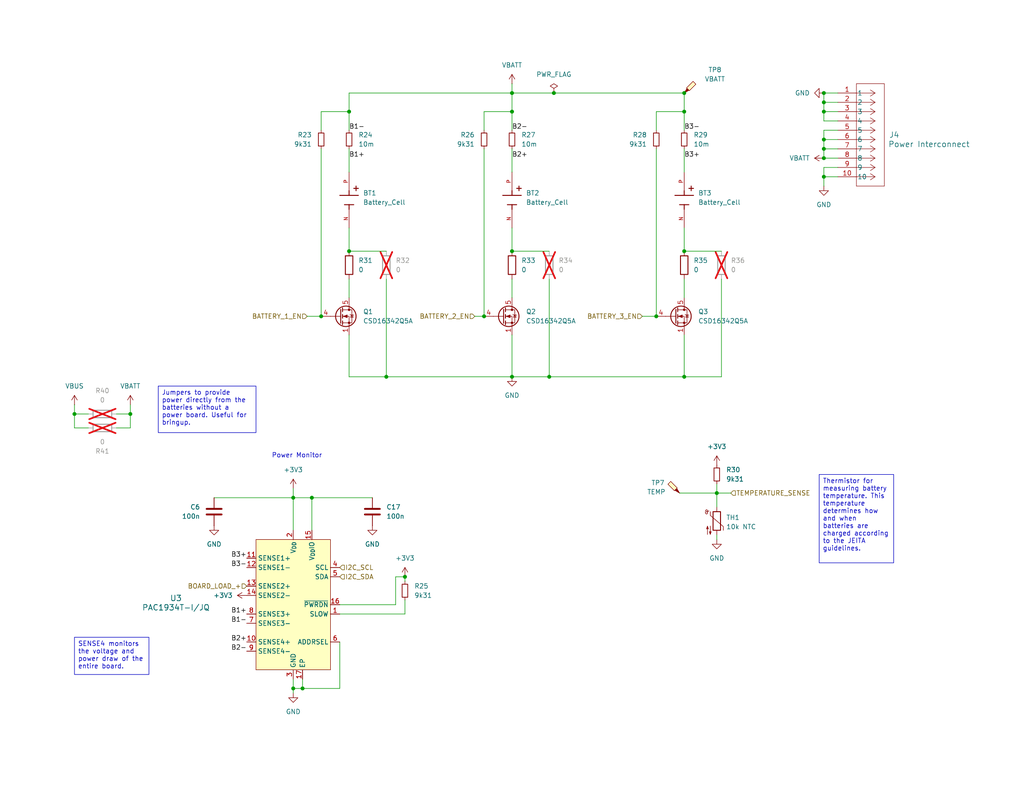
<source format=kicad_sch>
(kicad_sch (version 20231120) (generator "eeschema") (generator_version "8.0")
  (paper "USLetter")
  (title_block (title "1s3p Battery Board") (date "2025-02-12") (rev "${PCB_VERSION}") (company "TVSC"))
  (lib_symbols
    (symbol "Connector:TestPoint_Probe" (pin_numbers hide) (pin_names (offset 0.762) hide)
      (property "Reference" "TP" (at 1.651 5.842 0))
      (property "Value" "TestPoint_Probe" (at 1.651 4.064 0))
      (symbol "TestPoint_Probe_0_1"
        (polyline (pts (xy 1.27 0.762) (xy 0 0) (xy 0.762 1.27) (xy 1.27 0.762)) (fill (type outline)))
        (polyline (pts (xy 1.397 0.635) (xy 0.635 1.397) (xy 2.413 3.175) (xy 3.175 2.413) (xy 1.397 0.635)) (fill (type background)))
      )
      (symbol "TestPoint_Probe_1_1"
        (pin passive line (at 0 0 90) (length 0) (name "1") (number "1"))
      )
    )
    (symbol "Device:C" (pin_numbers hide) (pin_names (offset 0.254))
      (property "Reference" "C" (at 0.635 2.54 0))
      (property "Value" "C" (at 0.635 -2.54 0))
      (symbol "C_0_1"
        (polyline (pts (xy -2.032 -0.762) (xy 2.032 -0.762)) (stroke (width 0.508)))
        (polyline (pts (xy -2.032 0.762) (xy 2.032 0.762)) (stroke (width 0.508)))
      )
      (symbol "C_1_1"
        (pin passive line (at 0 3.81 270) (length 2.794) (name "~") (number "1"))
        (pin passive line (at 0 -3.81 90) (length 2.794) (name "~") (number "2"))
      )
    )
    (symbol "Device:R" (pin_numbers hide) (pin_names (offset 0))
      (property "Reference" "R" (at 2.032 0 90))
      (property "Value" "R" (at 0 0 90))
      (symbol "R_0_1"
        (rectangle (start -1.016 -2.54) (end 1.016 2.54) (stroke (width 0.254)))
      )
      (symbol "R_1_1"
        (pin passive line (at 0 3.81 270) (length 1.27) (name "~") (number "1"))
        (pin passive line (at 0 -3.81 90) (length 1.27) (name "~") (number "2"))
      )
    )
    (symbol "Device:R_Small" (pin_numbers hide) (pin_names (offset 0.254) hide)
      (property "Reference" "R" (at 0.762 0.508 0))
      (property "Value" "R_Small" (at 0.762 -1.016 0))
      (symbol "R_Small_0_1"
        (rectangle (start -0.762 1.778) (end 0.762 -1.778) (stroke (width 0.2032)))
      )
      (symbol "R_Small_1_1"
        (pin passive line (at 0 2.54 270) (length 0.762) (name "~") (number "1"))
        (pin passive line (at 0 -2.54 90) (length 0.762) (name "~") (number "2"))
      )
    )
    (symbol "Device:Thermistor_NTC" (pin_numbers hide) (pin_names (offset 0))
      (property "Reference" "TH" (at -4.445 0 90))
      (property "Value" "Thermistor_NTC" (at 3.175 0 90))
      (symbol "Thermistor_NTC_0_1"
        (arc (start -3.048 2.159) (mid -3.0495 2.3143) (end -3.175 2.413))
        (arc (start -3.048 2.159) (mid -2.9736 1.9794) (end -2.794 1.905))
        (arc (start -3.048 2.794) (mid -2.9736 2.6144) (end -2.794 2.54))
        (arc (start -2.794 1.905) (mid -2.6144 1.9794) (end -2.54 2.159))
        (arc (start -2.794 2.54) (mid -2.4393 2.5587) (end -2.159 2.794))
        (arc (start -2.794 3.048) (mid -2.9736 2.9736) (end -3.048 2.794))
        (arc (start -2.54 2.794) (mid -2.6144 2.9736) (end -2.794 3.048))
        (rectangle (start -1.016 2.54) (end 1.016 -2.54) (stroke (width 0.254)))
        (polyline (pts (xy -2.54 2.159) (xy -2.54 2.794)))
        (polyline (pts (xy -1.778 2.54) (xy -1.778 1.524) (xy 1.778 -1.524) (xy 1.778 -2.54)))
        (polyline (pts (xy -2.54 -3.683) (xy -2.54 -1.397) (xy -2.794 -2.159) (xy -2.286 -2.159) (xy -2.54 -1.397) (xy -2.54 -1.651)) (fill (type outline)))
        (polyline (pts (xy -1.778 -1.397) (xy -1.778 -3.683) (xy -2.032 -2.921) (xy -1.524 -2.921) (xy -1.778 -3.683) (xy -1.778 -3.429)) (fill (type outline)))
      )
      (symbol "Thermistor_NTC_1_1"
        (pin passive line (at 0 3.81 270) (length 1.27) (name "~") (number "1"))
        (pin passive line (at 0 -3.81 90) (length 1.27) (name "~") (number "2"))
      )
    )
    (symbol "Sensor_Energy:PAC1934x-xJQ"
      (property "Reference" "U" (at 17.78 22.86 0))
      (property "Value" "PAC1934x-xJQ" (at 17.78 20.32 0))
      (symbol "PAC1934x-xJQ_0_0"
        (pin input line (at 12.7 -2.54 180) (length 2.54) (name "SLOW") (number "1"))
        (pin input line (at -12.7 -10.16 0) (length 2.54) (name "SENSE4+") (number "10"))
        (pin input line (at -12.7 12.7 0) (length 2.54) (name "SENSE1+") (number "11"))
        (pin input line (at -12.7 10.16 0) (length 2.54) (name "SENSE1-") (number "12"))
        (pin input line (at -12.7 5.08 0) (length 2.54) (name "SENSE2+") (number "13"))
        (pin input line (at -12.7 2.54 0) (length 2.54) (name "SENSE2-") (number "14"))
        (pin input line (at 5.08 20.32 270) (length 2.54) (name "V_{DD}IO") (number "15"))
        (pin input line (at 12.7 0 180) (length 2.54) (name "~{PWRDN}") (number "16"))
        (pin passive line (at 2.54 -20.32 90) (length 2.54) (name "EP") (number "17"))
        (pin power_in line (at 0 20.32 270) (length 2.54) (name "V_{DD}") (number "2"))
        (pin power_in line (at 0 -20.32 90) (length 2.54) (name "GND") (number "3"))
        (pin input line (at 12.7 10.16 180) (length 2.54) (name "SCL") (number "4"))
        (pin bidirectional line (at 12.7 7.62 180) (length 2.54) (name "SDA") (number "5"))
        (pin passive line (at 12.7 -10.16 180) (length 2.54) (name "ADDRSEL") (number "6"))
        (pin input line (at -12.7 -5.08 0) (length 2.54) (name "SENSE3-") (number "7"))
        (pin input line (at -12.7 -2.54 0) (length 2.54) (name "SENSE3+") (number "8"))
        (pin input line (at -12.7 -12.7 0) (length 2.54) (name "SENSE4-") (number "9"))
      )
      (symbol "PAC1934x-xJQ_0_1"
        (rectangle (start -10.16 17.78) (end 10.16 -17.78) (fill (type background)))
      )
    )
    (symbol "TVSC:Keystone_1043" (pin_names (offset 1.016))
      (property "Reference" "BT" (at -3.81 3.81 0))
      (symbol "Keystone_1043_0_0"
        (polyline (pts (xy -3.81 1.905) (xy -2.54 1.905)) (stroke (width 0.254)))
        (polyline (pts (xy -3.175 2.54) (xy -3.175 1.27)) (stroke (width 0.254)))
        (polyline (pts (xy -1.27 0) (xy -2.54 0)) (stroke (width 0.254)))
        (polyline (pts (xy -1.27 0) (xy -1.27 -2.54)) (stroke (width 0.254)))
        (polyline (pts (xy -1.27 2.54) (xy -1.27 0)) (stroke (width 0.254)))
        (polyline (pts (xy 1.27 0) (xy 1.27 -1.27)) (stroke (width 0.254)))
        (polyline (pts (xy 1.27 0) (xy 2.54 0)) (stroke (width 0.254)))
        (polyline (pts (xy 1.27 1.27) (xy 1.27 0)) (stroke (width 0.254)))
        (pin passive line (at 7.62 0 180) (length 5.08) (name "~") (number "N"))
        (pin passive line (at -7.62 0 0) (length 5.08) (name "~") (number "P"))
      )
    )
    (symbol "TVSC:Molex_504050-0891" (pin_names (offset 0.254))
      (property "Reference" "J4" (at 13.97 -11.4299 0))
      (property "Value" "Power Interconnect" (at 24.892 -13.97 0))
      (symbol "Molex_504050-0891_1_1"
        (polyline (pts (xy 5.08 -25.4) (xy 12.7 -25.4)) (stroke (width 0.127)))
        (polyline (pts (xy 5.08 2.54) (xy 5.08 -25.4)) (stroke (width 0.127)))
        (polyline (pts (xy 10.16 -22.86) (xy 5.08 -22.86)) (stroke (width 0.127)))
        (polyline (pts (xy 10.16 -22.86) (xy 8.89 -23.7067)) (stroke (width 0.127)))
        (polyline (pts (xy 10.16 -22.86) (xy 8.89 -22.0133)) (stroke (width 0.127)))
        (polyline (pts (xy 10.16 -20.32) (xy 5.08 -20.32)) (stroke (width 0.127)))
        (polyline (pts (xy 10.16 -20.32) (xy 8.89 -21.1667)) (stroke (width 0.127)))
        (polyline (pts (xy 10.16 -20.32) (xy 8.89 -19.4733)) (stroke (width 0.127)))
        (polyline (pts (xy 10.16 -17.78) (xy 5.08 -17.78)) (stroke (width 0.127)))
        (polyline (pts (xy 10.16 -17.78) (xy 8.89 -18.6267)) (stroke (width 0.127)))
        (polyline (pts (xy 10.16 -17.78) (xy 8.89 -16.9333)) (stroke (width 0.127)))
        (polyline (pts (xy 10.16 -15.24) (xy 5.08 -15.24)) (stroke (width 0.127)))
        (polyline (pts (xy 10.16 -15.24) (xy 8.89 -16.0867)) (stroke (width 0.127)))
        (polyline (pts (xy 10.16 -15.24) (xy 8.89 -14.3933)) (stroke (width 0.127)))
        (polyline (pts (xy 10.16 -12.7) (xy 5.08 -12.7)) (stroke (width 0.127)))
        (polyline (pts (xy 10.16 -12.7) (xy 8.89 -13.5467)) (stroke (width 0.127)))
        (polyline (pts (xy 10.16 -12.7) (xy 8.89 -11.8533)) (stroke (width 0.127)))
        (polyline (pts (xy 10.16 -10.16) (xy 5.08 -10.16)) (stroke (width 0.127)))
        (polyline (pts (xy 10.16 -10.16) (xy 8.89 -11.0067)) (stroke (width 0.127)))
        (polyline (pts (xy 10.16 -10.16) (xy 8.89 -9.3133)) (stroke (width 0.127)))
        (polyline (pts (xy 10.16 -7.62) (xy 5.08 -7.62)) (stroke (width 0.127)))
        (polyline (pts (xy 10.16 -7.62) (xy 8.89 -8.4667)) (stroke (width 0.127)))
        (polyline (pts (xy 10.16 -7.62) (xy 8.89 -6.7733)) (stroke (width 0.127)))
        (polyline (pts (xy 10.16 -5.08) (xy 5.08 -5.08)) (stroke (width 0.127)))
        (polyline (pts (xy 10.16 -5.08) (xy 8.89 -5.9267)) (stroke (width 0.127)))
        (polyline (pts (xy 10.16 -5.08) (xy 8.89 -4.2333)) (stroke (width 0.127)))
        (polyline (pts (xy 10.16 -2.54) (xy 5.08 -2.54)) (stroke (width 0.127)))
        (polyline (pts (xy 10.16 -2.54) (xy 8.89 -3.3867)) (stroke (width 0.127)))
        (polyline (pts (xy 10.16 -2.54) (xy 8.89 -1.6933)) (stroke (width 0.127)))
        (polyline (pts (xy 10.16 0) (xy 5.08 0)) (stroke (width 0.127)))
        (polyline (pts (xy 10.16 0) (xy 8.89 -0.8467)) (stroke (width 0.127)))
        (polyline (pts (xy 10.16 0) (xy 8.89 0.8467)) (stroke (width 0.127)))
        (polyline (pts (xy 12.7 -25.4) (xy 12.7 2.54)) (stroke (width 0.127)))
        (polyline (pts (xy 12.7 2.54) (xy 5.08 2.54)) (stroke (width 0.127)))
        (pin power_in line (at 0 0 0) (length 5.08) (name "1") (number "1"))
        (pin power_in line (at 0 -22.86 0) (length 5.08) (name "10") (number "10"))
        (pin power_in line (at 0 -2.54 0) (length 5.08) (name "2") (number "2"))
        (pin power_in line (at 0 -5.08 0) (length 5.08) (name "3") (number "3"))
        (pin power_in line (at 0 -7.62 0) (length 5.08) (name "4") (number "4"))
        (pin power_in line (at 0 -10.16 0) (length 5.08) (name "5") (number "5"))
        (pin power_in line (at 0 -12.7 0) (length 5.08) (name "6") (number "6"))
        (pin power_in line (at 0 -15.24 0) (length 5.08) (name "7") (number "7"))
        (pin power_in line (at 0 -17.78 0) (length 5.08) (name "8") (number "8"))
        (pin power_in line (at 0 -20.32 0) (length 5.08) (name "9") (number "9"))
      )
      (symbol "Molex_504050-0891_1_2"
        (polyline (pts (xy 5.08 -25.4) (xy 12.7 -25.4)) (stroke (width 0.127)))
        (polyline (pts (xy 5.08 2.54) (xy 5.08 -25.4)) (stroke (width 0.127)))
        (polyline (pts (xy 7.62 -22.86) (xy 5.08 -22.86)) (stroke (width 0.127)))
        (polyline (pts (xy 7.62 -22.86) (xy 8.89 -23.7067)) (stroke (width 0.127)))
        (polyline (pts (xy 7.62 -22.86) (xy 8.89 -22.0133)) (stroke (width 0.127)))
        (polyline (pts (xy 7.62 -20.32) (xy 5.08 -20.32)) (stroke (width 0.127)))
        (polyline (pts (xy 7.62 -20.32) (xy 8.89 -21.1667)) (stroke (width 0.127)))
        (polyline (pts (xy 7.62 -20.32) (xy 8.89 -19.4733)) (stroke (width 0.127)))
        (polyline (pts (xy 7.62 -17.78) (xy 5.08 -17.78)) (stroke (width 0.127)))
        (polyline (pts (xy 7.62 -17.78) (xy 8.89 -18.6267)) (stroke (width 0.127)))
        (polyline (pts (xy 7.62 -17.78) (xy 8.89 -16.9333)) (stroke (width 0.127)))
        (polyline (pts (xy 7.62 -15.24) (xy 5.08 -15.24)) (stroke (width 0.127)))
        (polyline (pts (xy 7.62 -15.24) (xy 8.89 -16.0867)) (stroke (width 0.127)))
        (polyline (pts (xy 7.62 -15.24) (xy 8.89 -14.3933)) (stroke (width 0.127)))
        (polyline (pts (xy 7.62 -12.7) (xy 5.08 -12.7)) (stroke (width 0.127)))
        (polyline (pts (xy 7.62 -12.7) (xy 8.89 -13.5467)) (stroke (width 0.127)))
        (polyline (pts (xy 7.62 -12.7) (xy 8.89 -11.8533)) (stroke (width 0.127)))
        (polyline (pts (xy 7.62 -10.16) (xy 5.08 -10.16)) (stroke (width 0.127)))
        (polyline (pts (xy 7.62 -10.16) (xy 8.89 -11.0067)) (stroke (width 0.127)))
        (polyline (pts (xy 7.62 -10.16) (xy 8.89 -9.3133)) (stroke (width 0.127)))
        (polyline (pts (xy 7.62 -7.62) (xy 5.08 -7.62)) (stroke (width 0.127)))
        (polyline (pts (xy 7.62 -7.62) (xy 8.89 -8.4667)) (stroke (width 0.127)))
        (polyline (pts (xy 7.62 -7.62) (xy 8.89 -6.7733)) (stroke (width 0.127)))
        (polyline (pts (xy 7.62 -5.08) (xy 5.08 -5.08)) (stroke (width 0.127)))
        (polyline (pts (xy 7.62 -5.08) (xy 8.89 -5.9267)) (stroke (width 0.127)))
        (polyline (pts (xy 7.62 -5.08) (xy 8.89 -4.2333)) (stroke (width 0.127)))
        (polyline (pts (xy 7.62 -2.54) (xy 5.08 -2.54)) (stroke (width 0.127)))
        (polyline (pts (xy 7.62 -2.54) (xy 8.89 -3.3867)) (stroke (width 0.127)))
        (polyline (pts (xy 7.62 -2.54) (xy 8.89 -1.6933)) (stroke (width 0.127)))
        (polyline (pts (xy 7.62 0) (xy 5.08 0)) (stroke (width 0.127)))
        (polyline (pts (xy 7.62 0) (xy 8.89 -0.8467)) (stroke (width 0.127)))
        (polyline (pts (xy 7.62 0) (xy 8.89 0.8467)) (stroke (width 0.127)))
        (polyline (pts (xy 12.7 -25.4) (xy 12.7 2.54)) (stroke (width 0.127)))
        (polyline (pts (xy 12.7 2.54) (xy 5.08 2.54)) (stroke (width 0.127)))
        (pin unspecified line (at 0 0 0) (length 5.08) (name "1") (number "1"))
        (pin unspecified line (at 0 -22.86 0) (length 5.08) (name "10") (number "10"))
        (pin unspecified line (at 0 -2.54 0) (length 5.08) (name "2") (number "2"))
        (pin unspecified line (at 0 -5.08 0) (length 5.08) (name "3") (number "3"))
        (pin unspecified line (at 0 -7.62 0) (length 5.08) (name "4") (number "4"))
        (pin unspecified line (at 0 -10.16 0) (length 5.08) (name "5") (number "5"))
        (pin unspecified line (at 0 -12.7 0) (length 5.08) (name "6") (number "6"))
        (pin unspecified line (at 0 -15.24 0) (length 5.08) (name "7") (number "7"))
        (pin unspecified line (at 0 -17.78 0) (length 5.08) (name "8") (number "8"))
        (pin unspecified line (at 0 -20.32 0) (length 5.08) (name "9") (number "9"))
      )
    )
    (symbol "Transistor_FET:CSD16342Q5A" (pin_names hide)
      (property "Reference" "Q" (at 5.08 1.905 0))
      (property "Value" "CSD16342Q5A" (at 5.08 0 0))
      (symbol "CSD16342Q5A_0_1"
        (polyline (pts (xy 0.254 0) (xy -2.54 0)))
        (polyline (pts (xy 0.254 1.905) (xy 0.254 -1.905)) (stroke (width 0.254)))
        (polyline (pts (xy 0.762 -1.27) (xy 0.762 -2.286)) (stroke (width 0.254)))
        (polyline (pts (xy 0.762 0.508) (xy 0.762 -0.508)) (stroke (width 0.254)))
        (polyline (pts (xy 0.762 2.286) (xy 0.762 1.27)) (stroke (width 0.254)))
        (polyline (pts (xy 2.54 2.54) (xy 2.54 1.778)))
        (polyline (pts (xy 2.54 -2.54) (xy 2.54 0) (xy 0.762 0)))
        (polyline (pts (xy 0.762 -1.778) (xy 3.302 -1.778) (xy 3.302 1.778) (xy 0.762 1.778)))
        (polyline (pts (xy 1.016 0) (xy 2.032 0.381) (xy 2.032 -0.381) (xy 1.016 0)) (fill (type outline)))
        (polyline (pts (xy 2.794 0.508) (xy 2.921 0.381) (xy 3.683 0.381) (xy 3.81 0.254)))
        (polyline (pts (xy 3.302 0.381) (xy 2.921 -0.254) (xy 3.683 -0.254) (xy 3.302 0.381)))
        (circle (center 1.651 0) (radius 2.794) (stroke (width 0.254)))
        (circle (center 2.54 -1.778) (radius 0.254) (fill (type outline)))
        (circle (center 2.54 1.778) (radius 0.254) (fill (type outline)))
      )
      (symbol "CSD16342Q5A_1_1"
        (pin passive line (at 2.54 -5.08 90) (length 2.54) (name "S") (number "1"))
        (pin passive line (at 2.54 -5.08 90) (length 2.54) hide (name "S") (number "2"))
        (pin passive line (at 2.54 -5.08 90) (length 2.54) hide (name "S") (number "3"))
        (pin passive line (at -5.08 0 0) (length 2.54) (name "G") (number "4"))
        (pin passive line (at 2.54 5.08 270) (length 2.54) (name "D") (number "5"))
      )
    )
    (symbol "power:+3V3" (power) (pin_numbers hide) (pin_names (offset 0) hide)
      (property "Value" "+3V3" (at 0 3.556 0))
      (symbol "+3V3_0_1"
        (polyline (pts (xy -0.762 1.27) (xy 0 2.54)))
        (polyline (pts (xy 0 0) (xy 0 2.54)))
        (polyline (pts (xy 0 2.54) (xy 0.762 1.27)))
      )
      (symbol "+3V3_1_1"
        (pin power_in line (at 0 0 90) (length 0) (name "~") (number "1"))
      )
    )
    (symbol "power:GND" (power) (pin_numbers hide) (pin_names (offset 0) hide)
      (property "Value" "GND" (at 0 -3.81 0))
      (symbol "GND_0_1"
        (polyline (pts (xy 0 0) (xy 0 -1.27) (xy 1.27 -1.27) (xy 0 -2.54) (xy -1.27 -1.27) (xy 0 -1.27)))
      )
      (symbol "GND_1_1"
        (pin power_in line (at 0 0 270) (length 0) (name "~") (number "1"))
      )
    )
    (symbol "power:PWR_FLAG" (power) (pin_numbers hide) (pin_names (offset 0) hide)
      (property "Value" "PWR_FLAG" (at 0 3.81 0))
      (symbol "PWR_FLAG_0_0"
        (pin power_out line (at 0 0 90) (length 0) (name "~") (number "1"))
      )
      (symbol "PWR_FLAG_0_1"
        (polyline (pts (xy 0 0) (xy 0 1.27) (xy -1.016 1.905) (xy 0 2.54) (xy 1.016 1.905) (xy 0 1.27)))
      )
    )
    (symbol "power:VBUS" (power) (pin_numbers hide) (pin_names (offset 0) hide)
      (property "Value" "VBUS" (at 0 3.556 0))
      (symbol "VBUS_0_1"
        (polyline (pts (xy -0.762 1.27) (xy 0 2.54)))
        (polyline (pts (xy 0 0) (xy 0 2.54)))
        (polyline (pts (xy 0 2.54) (xy 0.762 1.27)))
      )
      (symbol "VBUS_1_1"
        (pin power_in line (at 0 0 90) (length 0) (name "~") (number "1"))
      )
    )
  )
  (junction (at 35.56 113.03))
  (junction (at 139.7 68.58))
  (junction (at 105.41 102.87))
  (junction (at 151.13 25.4))
  (junction (at 224.79 38.1))
  (junction (at 195.58 134.62))
  (junction (at 186.69 68.58))
  (junction (at 132.08 86.36))
  (junction (at 85.09 135.89))
  (junction (at 87.63 86.36))
  (junction (at 224.79 25.4))
  (junction (at 80.01 187.96))
  (junction (at 224.79 30.48))
  (junction (at 224.79 43.18))
  (junction (at 224.79 40.64))
  (junction (at 186.69 30.48))
  (junction (at 224.79 27.94))
  (junction (at 20.32 113.03))
  (junction (at 95.25 68.58))
  (junction (at 80.01 135.89))
  (junction (at 224.79 48.26))
  (junction (at 139.7 30.48))
  (junction (at 179.07 86.36))
  (junction (at 110.49 157.48))
  (junction (at 82.55 187.96))
  (junction (at 139.7 102.87))
  (junction (at 139.7 25.4))
  (junction (at 186.69 25.4))
  (junction (at 186.69 102.87))
  (junction (at 149.86 102.87))
  (junction (at 95.25 30.48))
  (wire (pts (xy 83.82 86.36) (xy 87.63 86.36)))
  (wire (pts (xy 80.01 133.35) (xy 80.01 135.89)))
  (wire (pts (xy 35.56 116.84) (xy 35.56 113.03)))
  (wire (pts (xy 224.79 38.1) (xy 228.6 38.1)))
  (wire (pts (xy 224.79 25.4) (xy 224.79 27.94)))
  (wire (pts (xy 82.55 185.42) (xy 82.55 187.96)))
  (wire (pts (xy 95.25 81.28) (xy 95.25 76.2)))
  (wire (pts (xy 224.79 45.72) (xy 228.6 45.72)))
  (wire (pts (xy 195.58 138.43) (xy 195.58 134.62)))
  (wire (pts (xy 196.85 76.2) (xy 196.85 102.87)))
  (wire (pts (xy 195.58 132.08) (xy 195.58 134.62)))
  (wire (pts (xy 179.07 35.56) (xy 179.07 30.48)))
  (wire (pts (xy 224.79 38.1) (xy 224.79 40.64)))
  (wire (pts (xy 24.13 116.84) (xy 20.32 116.84)))
  (wire (pts (xy 139.7 25.4) (xy 151.13 25.4)))
  (wire (pts (xy 195.58 134.62) (xy 199.39 134.62)))
  (wire (pts (xy 95.25 25.4) (xy 95.25 30.48)))
  (wire (pts (xy 35.56 113.03) (xy 31.75 113.03)))
  (wire (pts (xy 149.86 76.2) (xy 149.86 102.87)))
  (wire (pts (xy 139.7 91.44) (xy 139.7 102.87)))
  (wire (pts (xy 92.71 167.64) (xy 110.49 167.64)))
  (wire (pts (xy 139.7 102.87) (xy 105.41 102.87)))
  (wire (pts (xy 186.69 91.44) (xy 186.69 102.87)))
  (wire (pts (xy 132.08 40.64) (xy 132.08 86.36)))
  (wire (pts (xy 224.79 30.48) (xy 224.79 33.02)))
  (wire (pts (xy 105.41 76.2) (xy 105.41 102.87)))
  (wire (pts (xy 95.25 30.48) (xy 95.25 35.56)))
  (wire (pts (xy 224.79 48.26) (xy 228.6 48.26)))
  (wire (pts (xy 82.55 187.96) (xy 92.71 187.96)))
  (wire (pts (xy 139.7 62.23) (xy 139.7 68.58)))
  (wire (pts (xy 80.01 189.23) (xy 80.01 187.96)))
  (wire (pts (xy 179.07 30.48) (xy 186.69 30.48)))
  (wire (pts (xy 224.79 27.94) (xy 224.79 30.48)))
  (wire (pts (xy 31.75 116.84) (xy 35.56 116.84)))
  (wire (pts (xy 92.71 165.1) (xy 107.95 165.1)))
  (wire (pts (xy 92.71 175.26) (xy 92.71 187.96)))
  (wire (pts (xy 186.69 76.2) (xy 186.69 81.28)))
  (wire (pts (xy 186.69 62.23) (xy 186.69 68.58)))
  (wire (pts (xy 224.79 35.56) (xy 224.79 38.1)))
  (wire (pts (xy 107.95 165.1) (xy 107.95 157.48)))
  (wire (pts (xy 139.7 25.4) (xy 139.7 30.48)))
  (wire (pts (xy 224.79 43.18) (xy 228.6 43.18)))
  (wire (pts (xy 95.25 91.44) (xy 95.25 102.87)))
  (wire (pts (xy 224.79 25.4) (xy 228.6 25.4)))
  (wire (pts (xy 186.69 30.48) (xy 186.69 35.56)))
  (wire (pts (xy 224.79 33.02) (xy 228.6 33.02)))
  (wire (pts (xy 139.7 40.64) (xy 139.7 46.99)))
  (wire (pts (xy 80.01 135.89) (xy 80.01 144.78)))
  (wire (pts (xy 20.32 113.03) (xy 24.13 113.03)))
  (wire (pts (xy 175.26 86.36) (xy 179.07 86.36)))
  (wire (pts (xy 186.69 68.58) (xy 196.85 68.58)))
  (wire (pts (xy 139.7 68.58) (xy 149.86 68.58)))
  (wire (pts (xy 224.79 48.26) (xy 224.79 45.72)))
  (wire (pts (xy 87.63 40.64) (xy 87.63 86.36)))
  (wire (pts (xy 151.13 25.4) (xy 186.69 25.4)))
  (wire (pts (xy 179.07 40.64) (xy 179.07 86.36)))
  (wire (pts (xy 186.69 102.87) (xy 196.85 102.87)))
  (wire (pts (xy 139.7 102.87) (xy 149.86 102.87)))
  (wire (pts (xy 186.69 40.64) (xy 186.69 46.99)))
  (wire (pts (xy 224.79 27.94) (xy 228.6 27.94)))
  (wire (pts (xy 35.56 110.49) (xy 35.56 113.03)))
  (wire (pts (xy 20.32 116.84) (xy 20.32 113.03)))
  (wire (pts (xy 110.49 157.48) (xy 110.49 158.75)))
  (wire (pts (xy 85.09 135.89) (xy 85.09 144.78)))
  (wire (pts (xy 85.09 135.89) (xy 101.6 135.89)))
  (wire (pts (xy 87.63 30.48) (xy 95.25 30.48)))
  (wire (pts (xy 224.79 30.48) (xy 228.6 30.48)))
  (wire (pts (xy 95.25 68.58) (xy 105.41 68.58)))
  (wire (pts (xy 95.25 62.23) (xy 95.25 68.58)))
  (wire (pts (xy 139.7 30.48) (xy 139.7 35.56)))
  (wire (pts (xy 149.86 102.87) (xy 186.69 102.87)))
  (wire (pts (xy 95.25 25.4) (xy 139.7 25.4)))
  (wire (pts (xy 58.42 135.89) (xy 80.01 135.89)))
  (wire (pts (xy 224.79 40.64) (xy 224.79 43.18)))
  (wire (pts (xy 105.41 102.87) (xy 95.25 102.87)))
  (wire (pts (xy 95.25 40.64) (xy 95.25 46.99)))
  (wire (pts (xy 195.58 146.05) (xy 195.58 147.32)))
  (wire (pts (xy 20.32 110.49) (xy 20.32 113.03)))
  (wire (pts (xy 129.54 86.36) (xy 132.08 86.36)))
  (wire (pts (xy 80.01 187.96) (xy 82.55 187.96)))
  (wire (pts (xy 228.6 35.56) (xy 224.79 35.56)))
  (wire (pts (xy 132.08 35.56) (xy 132.08 30.48)))
  (wire (pts (xy 80.01 187.96) (xy 80.01 185.42)))
  (wire (pts (xy 224.79 40.64) (xy 228.6 40.64)))
  (wire (pts (xy 110.49 167.64) (xy 110.49 163.83)))
  (wire (pts (xy 185.42 134.62) (xy 195.58 134.62)))
  (wire (pts (xy 80.01 135.89) (xy 85.09 135.89)))
  (wire (pts (xy 132.08 30.48) (xy 139.7 30.48)))
  (wire (pts (xy 139.7 76.2) (xy 139.7 81.28)))
  (wire (pts (xy 224.79 50.8) (xy 224.79 48.26)))
  (wire (pts (xy 186.69 25.4) (xy 186.69 30.48)))
  (wire (pts (xy 107.95 157.48) (xy 110.49 157.48)))
  (wire (pts (xy 139.7 22.86) (xy 139.7 25.4)))
  (wire (pts (xy 87.63 35.56) (xy 87.63 30.48)))
  (text_box "SENSE4 monitors the voltage and power draw of the entire board." (at 20.32 173.99 0) (size 20.32 10.16) (effects (font (size 1.27 1.27)) (justify left top)))
  (text_box "Thermistor for measuring battery temperature. This temperature determines how and when batteries are charged according to the JEITA guidelines." (at 223.52 129.54 0) (size 20.32 24.13) (effects (font (size 1.27 1.27)) (justify left top)))
  (text_box "Jumpers to provide power directly from the batteries without a power board. Useful for bringup." (at 43.18 105.41 0) (size 26.67 12.7) (effects (font (size 1.27 1.27)) (justify left top)))
  (text "Power Monitor" (at 81.026 124.46 0) (effects (font (size 1.27 1.27))))
  (label "B2-" (at 67.31 177.8 180))
  (label "B3-" (at 67.31 154.94 180))
  (label "B1-" (at 67.31 170.18 180))
  (label "B3+" (at 186.69 43.18 0))
  (label "B1-" (at 95.25 35.56 0))
  (label "B2-" (at 139.7 35.56 0))
  (label "B2+" (at 139.7 43.18 0))
  (label "B3+" (at 67.31 152.4 180))
  (label "B1+" (at 95.25 43.18 0))
  (label "B3-" (at 186.69 35.56 0))
  (label "B1+" (at 67.31 167.64 180))
  (label "B2+" (at 67.31 175.26 180))
  (hierarchical_label "TEMPERATURE_SENSE" (shape input) (at 199.39 134.62 0))
  (hierarchical_label "BOARD_LOAD_+" (shape input) (at 67.31 160.02 180))
  (hierarchical_label "I2C_SDA" (shape input) (at 92.71 157.48 0))
  (hierarchical_label "I2C_SCL" (shape input) (at 92.71 154.94 0))
  (hierarchical_label "BATTERY_3_EN" (shape input) (at 175.26 86.36 180))
  (hierarchical_label "BATTERY_2_EN" (shape input) (at 129.54 86.36 180))
  (hierarchical_label "BATTERY_1_EN" (shape input) (at 83.82 86.36 180))
  (symbol (lib_id "Device:R") (at 196.85 72.39 0) (unit 1) (exclude_from_sim yes) (in_bom no) (dnp yes)
    (property "Reference" "R36" (at 199.39 71.1199 0) (effects (justify left)))
    (property "Value" "0" (at 199.39 73.6599 0) (effects (justify left)))
    (property "Footprint" "Resistor_SMD:R_2512_6332Metric" (effects (hide yes)))
    (property "Description" "Resistor" (effects (hide yes)))
    (property "Active" "Y" (effects (hide yes)))
    (property "Basic or Extended Component" "Extended" (effects (hide yes)))
    (property "MPN" "C25469" (effects (hide yes)))
    (property "Manufacturer" "UNI-ROYAL(Uniroyal Elec)" (effects (hide yes)))
    (property "Manufacturer Part Number" "25121WJ0000T4E" (effects (hide yes)))
  )
  (symbol (lib_id "Transistor_FET:CSD16342Q5A") (at 184.15 86.36 0) (unit 1)
    (property "Reference" "Q3" (at 190.5 85.0899 0) (effects (justify left)))
    (property "Value" "CSD16342Q5A" (at 190.5 87.6299 0) (effects (justify left)))
    (property "Footprint" "Package_SON:VSON-8_3.3x3.3mm_P0.65mm_NexFET" (effects (hide yes)))
    (property "Datasheet" "http://www.ti.com/lit/gpn/csd16342q5a" (effects (hide yes)))
    (property "Description" "100A Id, 25V Vds, NexFET N-Channel Power MOSFET, 5.5mOhm Ron, Qg (typ) 6.5nC, SON8 5x6mm" (effects (hide yes)))
    (property "Active" "Y" (effects (hide yes)))
    (property "Basic or Extended Component" "Extended" (effects (hide yes)))
    (property "MPN" "C47616" (effects (hide yes)))
    (property "Manufacturer" "Texas Instruments" (effects (hide yes)))
    (property "Manufacturer Part Number" "CSD16340Q3" (effects (hide yes)))
  )
  (symbol (lib_id "Device:R_Small") (at 95.25 38.1 0) (unit 1)
    (property "Reference" "R24" (at 97.79 36.8299 0) (effects (justify left)))
    (property "Value" "10m" (at 97.79 39.3699 0) (effects (justify left)))
    (property "Footprint" "Resistor_SMD:R_2512_6332Metric" (effects (hide yes)))
    (property "Description" "Resistor, small symbol" (effects (hide yes)))
    (property "Active" "Y" (effects (hide yes)))
    (property "Basic or Extended Component" "Extended" (effects (hide yes)))
    (property "MPN" "C241862" (effects (hide yes)))
    (property "Manufacturer" "Vishay Intertech" (effects (hide yes)))
    (property "Manufacturer Part Number" "WSLP2512R0100FEA" (effects (hide yes)))
  )
  (symbol (lib_id "Device:R") (at 186.69 72.39 0) (unit 1)
    (property "Reference" "R35" (at 189.23 71.1199 0) (effects (justify left)))
    (property "Value" "0" (at 189.23 73.6599 0) (effects (justify left)))
    (property "Footprint" "Resistor_SMD:R_2512_6332Metric" (effects (hide yes)))
    (property "Description" "Resistor" (effects (hide yes)))
    (property "Active" "Y" (effects (hide yes)))
    (property "Basic or Extended Component" "Extended" (effects (hide yes)))
    (property "MPN" "C25469" (effects (hide yes)))
    (property "Manufacturer" "UNI-ROYAL(Uniroyal Elec)" (effects (hide yes)))
    (property "Manufacturer Part Number" "25121WJ0000T4E" (effects (hide yes)))
  )
  (symbol (lib_id "power:GND") (at 224.79 25.4 270) (mirror x) (unit 1)
    (property "Reference" "#PWR22" (effects (hide yes)))
    (property "Value" "GND" (at 220.98 25.3999 90) (effects (justify right)))
    (property "Description" "Power symbol creates a global label with name \"GND\" , ground" (effects (hide yes)))
  )
  (symbol (lib_id "power:+3V3") (at 110.49 157.48 0) (unit 1)
    (property "Reference" "#PWR18" (effects (hide yes)))
    (property "Value" "+3V3" (at 110.49 152.4 0))
    (property "Description" "Power symbol creates a global label with name \"+3V3\"" (effects (hide yes)))
  )
  (symbol (lib_id "Sensor_Energy:PAC1934x-xJQ") (at 80.01 165.1 0) (unit 1)
    (property "Reference" "U3" (at 48.006 163.322 0) (effects (font (size 1.524 1.524))))
    (property "Value" "PAC1934T-I/JQ" (at 48.006 165.862 0) (effects (font (size 1.524 1.524))))
    (property "Footprint" "footprints:UQFN-16-1EP_4x4mm_P0.65mm_EP2.6x2.6mm" (effects (hide yes)))
    (property "Datasheet" "https://ww1.microchip.com/downloads/en/DeviceDoc/PAC1931-Family-Data-Sheet-DS20005850E.pdf" (effects (hide yes)))
    (property "Description" "Four Channel High-side Power Monitor, 32V, I2C, UQFN-16" (effects (hide yes)))
    (property "Active" "Y" (effects (hide yes)))
    (property "Basic or Extended Component" "Extended" (effects (hide yes)))
    (property "MPN" "C623960" (effects (hide yes)))
    (property "Manufacturer" "Microchip Tech" (effects (hide yes)))
    (property "Manufacturer Part Number" "PAC1934T-I/JQ" (effects (hide yes)))
  )
  (symbol (lib_id "power:GND") (at 58.42 143.51 0) (unit 1)
    (property "Reference" "#PWR41" (effects (hide yes)))
    (property "Value" "GND" (at 58.42 148.59 0))
    (property "Description" "Power symbol creates a global label with name \"GND\" , ground" (effects (hide yes)))
  )
  (symbol (lib_id "power:+3V3") (at 67.31 162.56 90) (mirror x) (unit 1)
    (property "Reference" "#PWR15" (effects (hide yes)))
    (property "Value" "+3V3" (at 63.5 162.5599 90) (effects (justify left)))
    (property "Description" "Power symbol creates a global label with name \"+3V3\"" (effects (hide yes)))
  )
  (symbol (lib_id "Device:R") (at 149.86 72.39 0) (unit 1) (exclude_from_sim yes) (in_bom no) (dnp yes)
    (property "Reference" "R34" (at 152.4 71.1199 0) (effects (justify left)))
    (property "Value" "0" (at 152.4 73.6599 0) (effects (justify left)))
    (property "Footprint" "Resistor_SMD:R_2512_6332Metric" (effects (hide yes)))
    (property "Description" "Resistor" (effects (hide yes)))
    (property "Active" "Y" (effects (hide yes)))
    (property "Basic or Extended Component" "Extended" (effects (hide yes)))
    (property "MPN" "C25469" (effects (hide yes)))
    (property "Manufacturer" "UNI-ROYAL(Uniroyal Elec)" (effects (hide yes)))
    (property "Manufacturer Part Number" "25121WJ0000T4E" (effects (hide yes)))
  )
  (symbol (lib_id "Device:C") (at 101.6 139.7 0) (unit 1)
    (property "Reference" "C17" (at 105.41 138.43 0) (effects (justify left)))
    (property "Value" "100n" (at 105.41 140.97 0) (effects (justify left)))
    (property "Footprint" "footprints:Nondescript_C_0402_1005Metric" (effects (hide yes)))
    (property "Active" "Y" (effects (hide yes)))
    (property "MPN" "C1525" (effects (hide yes)))
    (property "Manufacturer" "Samsung Electro-Mechanics" (effects (hide yes)))
    (property "Manufacturer Part Number" "CL05B104KO5NNNC" (effects (hide yes)))
    (property "Basic or Extended Component" "Basic" (effects (hide yes)))
  )
  (symbol (lib_id "power:VBUS") (at 224.79 43.18 90) (unit 1)
    (property "Reference" "#PWR36" (effects (hide yes)))
    (property "Value" "VBATT" (at 220.98 43.1799 90) (effects (justify left)))
    (property "Description" "Power symbol creates a global label with name \"VBUS\"" (effects (hide yes)))
  )
  (symbol (lib_id "Device:R_Small") (at 110.49 161.29 0) (unit 1)
    (property "Reference" "R25" (at 113.03 160.0199 0) (effects (justify left)))
    (property "Value" "9k31" (at 113.03 162.5599 0) (effects (justify left)))
    (property "Footprint" "footprints:Nondescript_R_0402_1005Metric" (effects (hide yes)))
    (property "Description" "Resistor, small symbol" (effects (hide yes)))
    (property "Active" "Y" (effects (hide yes)))
    (property "Basic or Extended Component" "Basic" (effects (hide yes)))
    (property "MPN" "C270572" (effects (hide yes)))
    (property "Manufacturer" "UNI-ROYAL(Uniroyal Elec)" (effects (hide yes)))
    (property "Manufacturer Part Number" "0402WGF9311TCE" (effects (hide yes)))
  )
  (symbol (lib_id "power:GND") (at 101.6 143.51 0) (unit 1)
    (property "Reference" "#PWR33" (effects (hide yes)))
    (property "Value" "GND" (at 101.6 148.59 0))
    (property "Description" "Power symbol creates a global label with name \"GND\" , ground" (effects (hide yes)))
  )
  (symbol (lib_id "power:GND") (at 139.7 102.87 0) (unit 1)
    (property "Reference" "#PWR20" (effects (hide yes)))
    (property "Value" "GND" (at 139.7 107.95 0))
    (property "Description" "Power symbol creates a global label with name \"GND\" , ground" (effects (hide yes)))
  )
  (symbol (lib_id "TVSC:Keystone_1043") (at 95.25 54.61 270) (unit 1)
    (property "Reference" "BT1" (at 99.06 52.7049 90) (effects (justify left)))
    (property "Value" "Battery_Cell" (at 99.06 55.2449 90) (effects (justify left)))
    (property "Footprint" "footprints:BAT_1043" (effects (hide yes)))
    (property "Description" "Single-cell battery" (effects (hide yes)))
    (property "Active" "Y" (effects (hide yes)))
    (property "Basic or Extended Component" "Extended" (effects (hide yes)))
    (property "MPN" "C5355143" (effects (hide yes)))
    (property "Manufacturer" "Keystone" (effects (hide yes)))
    (property "Manufacturer Part Number" "1043" (effects (hide yes)))
  )
  (symbol (lib_id "Device:R_Small") (at 132.08 38.1 0) (mirror y) (unit 1)
    (property "Reference" "R26" (at 129.54 36.8299 0) (effects (justify left)))
    (property "Value" "9k31" (at 129.54 39.3699 0) (effects (justify left)))
    (property "Footprint" "footprints:Nondescript_R_0402_1005Metric" (effects (hide yes)))
    (property "Description" "Resistor, small symbol" (effects (hide yes)))
    (property "Active" "Y" (effects (hide yes)))
    (property "Basic or Extended Component" "Basic" (effects (hide yes)))
    (property "MPN" "C270572" (effects (hide yes)))
    (property "Manufacturer" "UNI-ROYAL(Uniroyal Elec)" (effects (hide yes)))
    (property "Manufacturer Part Number" "0402WGF9311TCE" (effects (hide yes)))
  )
  (symbol (lib_id "Device:R") (at 95.25 72.39 0) (unit 1)
    (property "Reference" "R31" (at 97.79 71.1199 0) (effects (justify left)))
    (property "Value" "0" (at 97.79 73.6599 0) (effects (justify left)))
    (property "Footprint" "Resistor_SMD:R_2512_6332Metric" (effects (hide yes)))
    (property "Description" "Resistor" (effects (hide yes)))
    (property "Active" "Y" (effects (hide yes)))
    (property "Basic or Extended Component" "Extended" (effects (hide yes)))
    (property "MPN" "C25469" (effects (hide yes)))
    (property "Manufacturer" "UNI-ROYAL(Uniroyal Elec)" (effects (hide yes)))
    (property "Manufacturer Part Number" "25121WJ0000T4E" (effects (hide yes)))
  )
  (symbol (lib_id "power:PWR_FLAG") (at 151.13 25.4 0) (unit 1)
    (property "Reference" "#FLG4" (effects (hide yes)))
    (property "Value" "PWR_FLAG" (at 151.13 20.32 0))
    (property "Description" "Special symbol for telling ERC where power comes from" (effects (hide yes)))
  )
  (symbol (lib_id "Device:R_Small") (at 139.7 38.1 0) (unit 1)
    (property "Reference" "R27" (at 142.24 36.8299 0) (effects (justify left)))
    (property "Value" "10m" (at 142.24 39.3699 0) (effects (justify left)))
    (property "Footprint" "Resistor_SMD:R_2512_6332Metric" (effects (hide yes)))
    (property "Description" "Resistor, small symbol" (effects (hide yes)))
    (property "Active" "Y" (effects (hide yes)))
    (property "Basic or Extended Component" "Extended" (effects (hide yes)))
    (property "MPN" "C241862" (effects (hide yes)))
    (property "Manufacturer" "Vishay Intertech" (effects (hide yes)))
    (property "Manufacturer Part Number" "WSLP2512R0100FEA" (effects (hide yes)))
  )
  (symbol (lib_id "Device:R_Small") (at 179.07 38.1 0) (mirror y) (unit 1)
    (property "Reference" "R28" (at 176.53 36.8299 0) (effects (justify left)))
    (property "Value" "9k31" (at 176.53 39.3699 0) (effects (justify left)))
    (property "Footprint" "footprints:Nondescript_R_0402_1005Metric" (effects (hide yes)))
    (property "Description" "Resistor, small symbol" (effects (hide yes)))
    (property "Active" "Y" (effects (hide yes)))
    (property "Basic or Extended Component" "Basic" (effects (hide yes)))
    (property "MPN" "C270572" (effects (hide yes)))
    (property "Manufacturer" "UNI-ROYAL(Uniroyal Elec)" (effects (hide yes)))
    (property "Manufacturer Part Number" "0402WGF9311TCE" (effects (hide yes)))
  )
  (symbol (lib_id "TVSC:Keystone_1043") (at 139.7 54.61 270) (unit 1)
    (property "Reference" "BT2" (at 143.51 52.7049 90) (effects (justify left)))
    (property "Value" "Battery_Cell" (at 143.51 55.2449 90) (effects (justify left)))
    (property "Footprint" "footprints:BAT_1043" (effects (hide yes)))
    (property "Description" "Single-cell battery" (effects (hide yes)))
    (property "Active" "Y" (effects (hide yes)))
    (property "Basic or Extended Component" "Extended" (effects (hide yes)))
    (property "MPN" "C5355143" (effects (hide yes)))
    (property "Manufacturer" "Keystone" (effects (hide yes)))
    (property "Manufacturer Part Number" "1043" (effects (hide yes)))
  )
  (symbol (lib_id "Device:R_Small") (at 87.63 38.1 0) (mirror y) (unit 1)
    (property "Reference" "R23" (at 85.09 36.8299 0) (effects (justify left)))
    (property "Value" "9k31" (at 85.09 39.3699 0) (effects (justify left)))
    (property "Footprint" "footprints:Nondescript_R_0402_1005Metric" (effects (hide yes)))
    (property "Description" "Resistor, small symbol" (effects (hide yes)))
    (property "Active" "Y" (effects (hide yes)))
    (property "Basic or Extended Component" "Basic" (effects (hide yes)))
    (property "MPN" "C270572" (effects (hide yes)))
    (property "Manufacturer" "UNI-ROYAL(Uniroyal Elec)" (effects (hide yes)))
    (property "Manufacturer Part Number" "0402WGF9311TCE" (effects (hide yes)))
  )
  (symbol (lib_id "Device:R") (at 27.94 116.84 90) (mirror x) (unit 1) (exclude_from_sim yes) (in_bom no) (dnp yes)
    (property "Reference" "R41" (at 27.94 123.19 90))
    (property "Value" "0" (at 27.94 120.65 90))
    (property "Footprint" "Resistor_SMD:R_2512_6332Metric" (effects (hide yes)))
    (property "Description" "Resistor" (effects (hide yes)))
    (property "Active" "Y" (effects (hide yes)))
    (property "Basic or Extended Component" "Extended" (effects (hide yes)))
    (property "MPN" "C25469" (effects (hide yes)))
    (property "Manufacturer" "UNI-ROYAL(Uniroyal Elec)" (effects (hide yes)))
    (property "Manufacturer Part Number" "25121WJ0000T4E" (effects (hide yes)))
  )
  (symbol (lib_id "power:GND") (at 195.58 147.32 0) (unit 1)
    (property "Reference" "#PWR35" (effects (hide yes)))
    (property "Value" "GND" (at 195.58 152.4 0))
  )
  (symbol (lib_id "TVSC:Molex_504050-0891") (at 228.6 25.4 0) (unit 1)
    (property "Reference" "J4" (at 242.57 36.8299 0) (effects (font (size 1.524 1.524)) (justify left)))
    (property "Value" "Power Interconnect" (at 253.492 39.37 0) (effects (font (size 1.524 1.524))))
    (property "Footprint" "footprints:Molex_504050-0891" (effects (hide yes)))
    (property "Datasheet" "https://www.molex.com/en-us/products/part-detail/5040500891" (effects (hide yes)))
    (property "Description" "8-pin Pico-Lock Header" (effects (hide yes)))
    (property "MPN" "C587992" (effects (hide yes)))
    (property "Manufacturer" "Molex" (effects (hide yes)))
    (property "Manufacturer Part Number" "504050-0891" (effects (hide yes)))
  )
  (symbol (lib_id "Device:R") (at 105.41 72.39 0) (unit 1) (exclude_from_sim yes) (in_bom no) (dnp yes)
    (property "Reference" "R32" (at 107.95 71.1199 0) (effects (justify left)))
    (property "Value" "0" (at 107.95 73.6599 0) (effects (justify left)))
    (property "Footprint" "Resistor_SMD:R_2512_6332Metric" (effects (hide yes)))
    (property "Description" "Resistor" (effects (hide yes)))
    (property "Active" "Y" (effects (hide yes)))
    (property "Basic or Extended Component" "Extended" (effects (hide yes)))
    (property "MPN" "C25469" (effects (hide yes)))
    (property "Manufacturer" "UNI-ROYAL(Uniroyal Elec)" (effects (hide yes)))
    (property "Manufacturer Part Number" "25121WJ0000T4E" (effects (hide yes)))
  )
  (symbol (lib_id "Device:R_Small") (at 186.69 38.1 0) (unit 1)
    (property "Reference" "R29" (at 189.23 36.8299 0) (effects (justify left)))
    (property "Value" "10m" (at 189.23 39.3699 0) (effects (justify left)))
    (property "Footprint" "Resistor_SMD:R_2512_6332Metric" (effects (hide yes)))
    (property "Description" "Resistor, small symbol" (effects (hide yes)))
    (property "Active" "Y" (effects (hide yes)))
    (property "Basic or Extended Component" "Extended" (effects (hide yes)))
    (property "MPN" "C241862" (effects (hide yes)))
    (property "Manufacturer" "Vishay Intertech" (effects (hide yes)))
    (property "Manufacturer Part Number" "WSLP2512R0100FEA" (effects (hide yes)))
  )
  (symbol (lib_id "Device:Thermistor_NTC") (at 195.58 142.24 0) (unit 1)
    (property "Reference" "TH1" (at 198.12 141.2875 0) (effects (justify left)))
    (property "Value" "10k NTC" (at 198.12 143.8275 0) (effects (justify left)))
    (property "Footprint" "footprints:Nondescript_R_0402_1005Metric" (effects (hide yes)))
    (property "Specs" "103AT-2 10kΩ NTC, but using an SMD component" (effects (hide yes)))
    (property "MPN" "C336815" (effects (hide yes)))
    (property "Manufacturer" "PANASONIC" (effects (hide yes)))
    (property "Manufacturer Part Number" "ERTJ0EG103GA" (effects (hide yes)))
    (property "Active" "Y" (effects (hide yes)))
  )
  (symbol (lib_id "Device:R") (at 139.7 72.39 0) (unit 1)
    (property "Reference" "R33" (at 142.24 71.1199 0) (effects (justify left)))
    (property "Value" "0" (at 142.24 73.6599 0) (effects (justify left)))
    (property "Footprint" "Resistor_SMD:R_2512_6332Metric" (effects (hide yes)))
    (property "Description" "Resistor" (effects (hide yes)))
    (property "Active" "Y" (effects (hide yes)))
    (property "Basic or Extended Component" "Extended" (effects (hide yes)))
    (property "MPN" "C25469" (effects (hide yes)))
    (property "Manufacturer" "UNI-ROYAL(Uniroyal Elec)" (effects (hide yes)))
    (property "Manufacturer Part Number" "25121WJ0000T4E" (effects (hide yes)))
  )
  (symbol (lib_id "power:+3V3") (at 195.58 127 0) (unit 1)
    (property "Reference" "#PWR34" (effects (hide yes)))
    (property "Value" "+3V3" (at 195.58 121.92 0))
    (property "Description" "Power symbol creates a global label with name \"+3V3\"" (effects (hide yes)))
  )
  (symbol (lib_id "TVSC:Keystone_1043") (at 186.69 54.61 270) (unit 1)
    (property "Reference" "BT3" (at 190.5 52.7049 90) (effects (justify left)))
    (property "Value" "Battery_Cell" (at 190.5 55.2449 90) (effects (justify left)))
    (property "Footprint" "footprints:BAT_1043" (effects (hide yes)))
    (property "Description" "Single-cell battery" (effects (hide yes)))
    (property "Active" "Y" (effects (hide yes)))
    (property "Basic or Extended Component" "Extended" (effects (hide yes)))
    (property "MPN" "C5355143" (effects (hide yes)))
    (property "Manufacturer" "Keystone" (effects (hide yes)))
    (property "Manufacturer Part Number" "1043" (effects (hide yes)))
  )
  (symbol (lib_id "Transistor_FET:CSD16342Q5A") (at 137.16 86.36 0) (unit 1)
    (property "Reference" "Q2" (at 143.51 85.0899 0) (effects (justify left)))
    (property "Value" "CSD16342Q5A" (at 143.51 87.6299 0) (effects (justify left)))
    (property "Footprint" "Package_SON:VSON-8_3.3x3.3mm_P0.65mm_NexFET" (effects (hide yes)))
    (property "Datasheet" "http://www.ti.com/lit/gpn/csd16342q5a" (effects (hide yes)))
    (property "Description" "100A Id, 25V Vds, NexFET N-Channel Power MOSFET, 5.5mOhm Ron, Qg (typ) 6.5nC, SON8 5x6mm" (effects (hide yes)))
    (property "Active" "Y" (effects (hide yes)))
    (property "Basic or Extended Component" "Extended" (effects (hide yes)))
    (property "MPN" "C47616" (effects (hide yes)))
    (property "Manufacturer" "Texas Instruments" (effects (hide yes)))
    (property "Manufacturer Part Number" "CSD16340Q3" (effects (hide yes)))
  )
  (symbol (lib_id "Device:R_Small") (at 195.58 129.54 0) (unit 1)
    (property "Reference" "R30" (at 198.12 128.2699 0) (effects (justify left)))
    (property "Value" "9k31" (at 198.12 130.8099 0) (effects (justify left)))
    (property "Footprint" "footprints:Nondescript_R_0402_1005Metric" (effects (hide yes)))
    (property "Description" "Resistor, small symbol" (effects (hide yes)))
    (property "Active" "Y" (effects (hide yes)))
    (property "Basic or Extended Component" "Basic" (effects (hide yes)))
    (property "MPN" "C270572" (effects (hide yes)))
    (property "Manufacturer" "UNI-ROYAL(Uniroyal Elec)" (effects (hide yes)))
    (property "Manufacturer Part Number" "0402WGF9311TCE" (effects (hide yes)))
  )
  (symbol (lib_id "Device:R") (at 27.94 113.03 90) (unit 1) (exclude_from_sim yes) (in_bom no) (dnp yes)
    (property "Reference" "R40" (at 27.94 106.68 90))
    (property "Value" "0" (at 27.94 109.22 90))
    (property "Footprint" "Resistor_SMD:R_2512_6332Metric" (effects (hide yes)))
    (property "Description" "Resistor" (effects (hide yes)))
    (property "Active" "Y" (effects (hide yes)))
    (property "Basic or Extended Component" "Extended" (effects (hide yes)))
    (property "MPN" "C25469" (effects (hide yes)))
    (property "Manufacturer" "UNI-ROYAL(Uniroyal Elec)" (effects (hide yes)))
    (property "Manufacturer Part Number" "25121WJ0000T4E" (effects (hide yes)))
  )
  (symbol (lib_id "Connector:TestPoint_Probe") (at 186.69 25.4 270) (mirror x) (unit 1) (in_bom no)
    (property "Reference" "TP8" (at 195.072 19.05 90))
    (property "Value" "VBATT" (at 195.072 21.59 90))
    (property "Footprint" "footprints:TestPoint_Pad_D1.5mm" (effects (hide yes)))
    (property "Description" "test point (alternative probe-style design)" (effects (hide yes)))
    (property "Active" "Y" (effects (hide yes)))
    (property "MPN" "NA" (effects (hide yes)))
  )
  (symbol (lib_id "Transistor_FET:CSD16342Q5A") (at 92.71 86.36 0) (unit 1)
    (property "Reference" "Q1" (at 99.06 85.0899 0) (effects (justify left)))
    (property "Value" "CSD16342Q5A" (at 99.06 87.6299 0) (effects (justify left)))
    (property "Footprint" "Package_SON:VSON-8_3.3x3.3mm_P0.65mm_NexFET" (effects (hide yes)))
    (property "Datasheet" "http://www.ti.com/lit/gpn/csd16342q5a" (effects (hide yes)))
    (property "Description" "100A Id, 25V Vds, NexFET N-Channel Power MOSFET, 5.5mOhm Ron, Qg (typ) 6.5nC, SON8 5x6mm" (effects (hide yes)))
    (property "Active" "Y" (effects (hide yes)))
    (property "Basic or Extended Component" "Extended" (effects (hide yes)))
    (property "MPN" "C47616" (effects (hide yes)))
    (property "Manufacturer" "Texas Instruments" (effects (hide yes)))
    (property "Manufacturer Part Number" "CSD16340Q3" (effects (hide yes)))
  )
  (symbol (lib_id "power:+3V3") (at 80.01 133.35 0) (unit 1)
    (property "Reference" "#PWR37" (effects (hide yes)))
    (property "Value" "+3V3" (at 80.01 128.27 0))
    (property "Description" "Power symbol creates a global label with name \"+3V3\"" (effects (hide yes)))
  )
  (symbol (lib_id "Connector:TestPoint_Probe") (at 185.42 134.62 0) (mirror y) (unit 1) (in_bom no)
    (property "Reference" "TP7" (at 181.356 131.826 0) (effects (justify left)))
    (property "Value" "TEMP" (at 181.61 134.3025 0) (effects (justify left)))
    (property "Footprint" "footprints:TestPoint_Pad_D1.5mm" (effects (hide yes)))
    (property "MPN" "NA" (effects (hide yes)))
    (property "Active" "Y" (effects (hide yes)))
  )
  (symbol (lib_id "Device:C") (at 58.42 139.7 0) (mirror y) (unit 1)
    (property "Reference" "C6" (at 54.61 138.43 0) (effects (justify left)))
    (property "Value" "100n" (at 54.61 140.97 0) (effects (justify left)))
    (property "Footprint" "footprints:Nondescript_C_0402_1005Metric" (effects (hide yes)))
    (property "Active" "Y" (effects (hide yes)))
    (property "MPN" "C1525" (effects (hide yes)))
    (property "Manufacturer" "Samsung Electro-Mechanics" (effects (hide yes)))
    (property "Manufacturer Part Number" "CL05B104KO5NNNC" (effects (hide yes)))
    (property "Basic or Extended Component" "Basic" (effects (hide yes)))
  )
  (symbol (lib_id "power:VBUS") (at 20.32 110.49 0) (unit 1)
    (property "Reference" "#PWR5" (effects (hide yes)))
    (property "Value" "VBUS" (at 20.32 105.41 0))
    (property "Description" "Power symbol creates a global label with name \"VBUS\"" (effects (hide yes)))
  )
  (symbol (lib_id "power:VBUS") (at 139.7 22.86 0) (unit 1)
    (property "Reference" "#PWR21" (effects (hide yes)))
    (property "Value" "VBATT" (at 139.7 17.78 0))
    (property "Description" "Power symbol creates a global label with name \"VBUS\"" (effects (hide yes)))
  )
  (symbol (lib_id "power:GND") (at 224.79 50.8 0) (mirror y) (unit 1)
    (property "Reference" "#PWR40" (effects (hide yes)))
    (property "Value" "GND" (at 224.79 55.88 0))
    (property "Description" "Power symbol creates a global label with name \"GND\" , ground" (effects (hide yes)))
  )
  (symbol (lib_id "power:GND") (at 80.01 189.23 0) (unit 1)
    (property "Reference" "#PWR19" (effects (hide yes)))
    (property "Value" "GND" (at 80.01 194.31 0))
    (property "Description" "Power symbol creates a global label with name \"GND\" , ground" (effects (hide yes)))
  )
  (symbol (lib_id "power:VBUS") (at 35.56 110.49 0) (unit 1)
    (property "Reference" "#PWR8" (effects (hide yes)))
    (property "Value" "VBATT" (at 35.56 105.41 0))
    (property "Description" "Power symbol creates a global label with name \"VBUS\"" (effects (hide yes)))
  )
)
</source>
